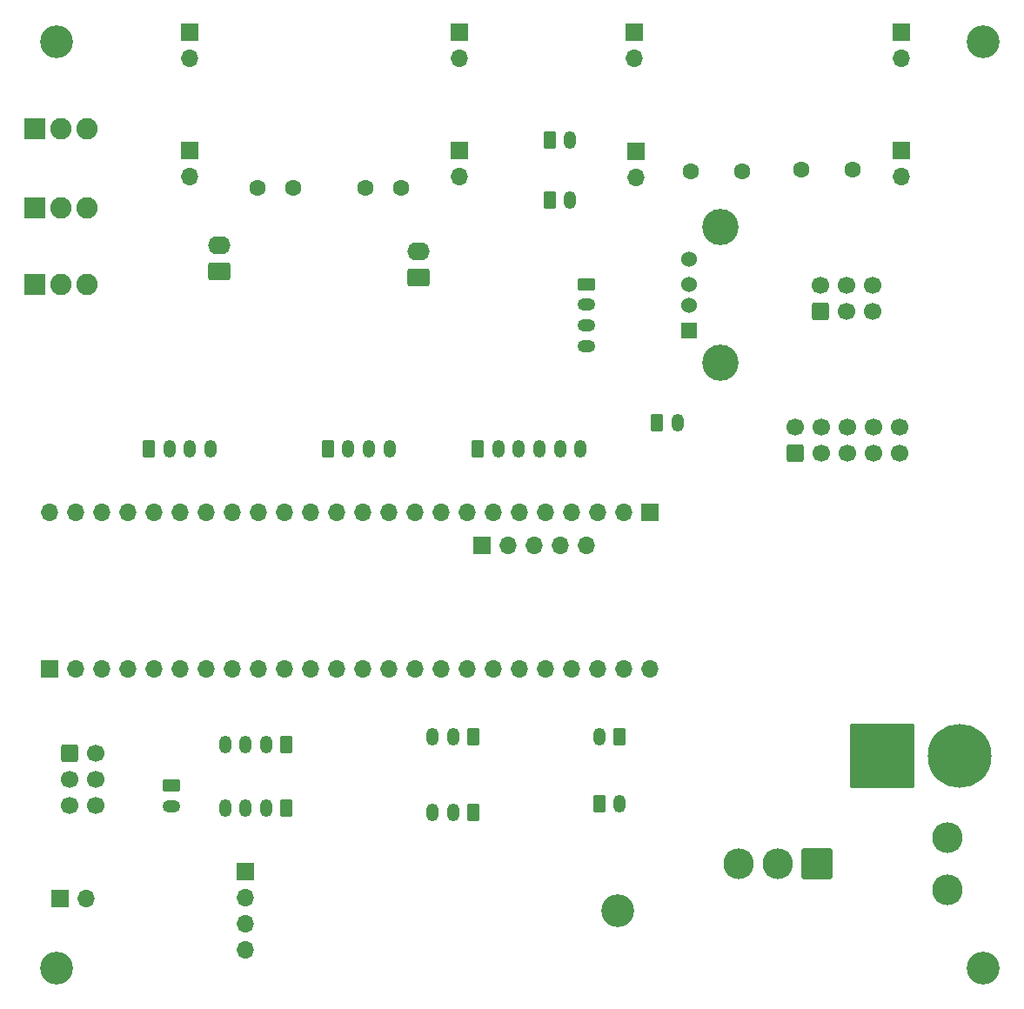
<source format=gbs>
%TF.GenerationSoftware,KiCad,Pcbnew,7.0.11+dfsg-1build4*%
%TF.CreationDate,2024-09-19T14:44:05+02:00*%
%TF.ProjectId,robobot_v85,726f626f-626f-4745-9f76-38352e6b6963,v8.0*%
%TF.SameCoordinates,Original*%
%TF.FileFunction,Soldermask,Bot*%
%TF.FilePolarity,Negative*%
%FSLAX46Y46*%
G04 Gerber Fmt 4.6, Leading zero omitted, Abs format (unit mm)*
G04 Created by KiCad (PCBNEW 7.0.11+dfsg-1build4) date 2024-09-19 14:44:05*
%MOMM*%
%LPD*%
G01*
G04 APERTURE LIST*
G04 Aperture macros list*
%AMRoundRect*
0 Rectangle with rounded corners*
0 $1 Rounding radius*
0 $2 $3 $4 $5 $6 $7 $8 $9 X,Y pos of 4 corners*
0 Add a 4 corners polygon primitive as box body*
4,1,4,$2,$3,$4,$5,$6,$7,$8,$9,$2,$3,0*
0 Add four circle primitives for the rounded corners*
1,1,$1+$1,$2,$3*
1,1,$1+$1,$4,$5*
1,1,$1+$1,$6,$7*
1,1,$1+$1,$8,$9*
0 Add four rect primitives between the rounded corners*
20,1,$1+$1,$2,$3,$4,$5,0*
20,1,$1+$1,$4,$5,$6,$7,0*
20,1,$1+$1,$6,$7,$8,$9,0*
20,1,$1+$1,$8,$9,$2,$3,0*%
G04 Aperture macros list end*
%ADD10RoundRect,0.250000X-0.350000X-0.625000X0.350000X-0.625000X0.350000X0.625000X-0.350000X0.625000X0*%
%ADD11O,1.200000X1.750000*%
%ADD12R,1.700000X1.700000*%
%ADD13O,1.700000X1.700000*%
%ADD14RoundRect,0.250000X-0.625000X0.350000X-0.625000X-0.350000X0.625000X-0.350000X0.625000X0.350000X0*%
%ADD15O,1.750000X1.200000*%
%ADD16C,3.200000*%
%ADD17RoundRect,0.101600X1.387500X-1.387500X1.387500X1.387500X-1.387500X1.387500X-1.387500X-1.387500X0*%
%ADD18C,2.978200*%
%ADD19RoundRect,0.250000X0.350000X0.625000X-0.350000X0.625000X-0.350000X-0.625000X0.350000X-0.625000X0*%
%ADD20R,1.524000X1.524000*%
%ADD21C,1.524000*%
%ADD22C,3.530000*%
%ADD23RoundRect,0.101600X-0.939800X-0.939800X0.939800X-0.939800X0.939800X0.939800X-0.939800X0.939800X0*%
%ADD24C,2.082800*%
%ADD25C,1.600000*%
%ADD26RoundRect,0.250000X0.600000X-0.600000X0.600000X0.600000X-0.600000X0.600000X-0.600000X-0.600000X0*%
%ADD27C,1.700000*%
%ADD28RoundRect,0.250000X0.845000X-0.620000X0.845000X0.620000X-0.845000X0.620000X-0.845000X-0.620000X0*%
%ADD29O,2.190000X1.740000*%
%ADD30RoundRect,0.101600X-2.999993X2.999993X-2.999993X-2.999993X2.999993X-2.999993X2.999993X2.999993X0*%
%ADD31C,6.203187*%
%ADD32RoundRect,0.250000X-0.600000X-0.600000X0.600000X-0.600000X0.600000X0.600000X-0.600000X0.600000X0*%
G04 APERTURE END LIST*
D10*
X144400000Y-99650000D03*
D11*
X146400000Y-99650000D03*
X148400000Y-99650000D03*
X150400000Y-99650000D03*
X152400000Y-99650000D03*
X154400000Y-99650000D03*
D10*
X156200000Y-134200000D03*
D11*
X158200000Y-134200000D03*
D12*
X159600000Y-59060000D03*
D13*
X159600000Y-61600000D03*
D14*
X114550000Y-132400000D03*
D15*
X114550000Y-134400000D03*
D10*
X161869565Y-97052504D03*
D11*
X163869565Y-97052504D03*
D12*
X103725000Y-143400000D03*
D13*
X106265000Y-143400000D03*
D10*
X151400000Y-69600000D03*
D11*
X153400000Y-69600000D03*
D16*
X103400000Y-150200000D03*
D12*
X102720000Y-121000000D03*
D13*
X105260000Y-121000000D03*
X107800000Y-121000000D03*
X110340000Y-121000000D03*
X112880000Y-121000000D03*
X115420000Y-121000000D03*
X117960000Y-121000000D03*
X120500000Y-121000000D03*
X123040000Y-121000000D03*
X125580000Y-121000000D03*
X128120000Y-121000000D03*
X130660000Y-121000000D03*
X133200000Y-121000000D03*
X135740000Y-121000000D03*
X138280000Y-121000000D03*
X140820000Y-121000000D03*
X143360000Y-121000000D03*
X145900000Y-121000000D03*
X148440000Y-121000000D03*
X150980000Y-121000000D03*
X153520000Y-121000000D03*
X156060000Y-121000000D03*
X158600000Y-121000000D03*
X161140000Y-121000000D03*
D17*
X177400000Y-140000000D03*
D18*
X173590000Y-140000000D03*
X169780000Y-140000000D03*
X190100000Y-142540000D03*
X190100000Y-137460000D03*
D16*
X193600000Y-150200000D03*
D19*
X125800000Y-128400000D03*
D11*
X123800000Y-128400000D03*
X121800000Y-128400000D03*
X119800000Y-128400000D03*
D20*
X165000000Y-88130000D03*
D21*
X165000000Y-85630000D03*
X165000000Y-83630000D03*
X165000000Y-81130000D03*
D22*
X168000000Y-91200000D03*
X168000000Y-78060000D03*
D10*
X129800000Y-99600000D03*
D11*
X131800000Y-99600000D03*
X133800000Y-99600000D03*
X135800000Y-99600000D03*
D16*
X158000000Y-144600000D03*
D23*
X101320000Y-76200000D03*
D24*
X103860000Y-76200000D03*
X106400000Y-76200000D03*
D25*
X180900000Y-72400000D03*
X175900000Y-72400000D03*
D12*
X161140000Y-105800000D03*
D13*
X158600000Y-105800000D03*
X156060000Y-105800000D03*
X153520000Y-105800000D03*
X150980000Y-105800000D03*
X148440000Y-105800000D03*
X145900000Y-105800000D03*
X143360000Y-105800000D03*
X140820000Y-105800000D03*
X138280000Y-105800000D03*
X135740000Y-105800000D03*
X133200000Y-105800000D03*
X130660000Y-105800000D03*
X128120000Y-105800000D03*
X125580000Y-105800000D03*
X123040000Y-105800000D03*
X120500000Y-105800000D03*
X117960000Y-105800000D03*
X115420000Y-105800000D03*
X112880000Y-105800000D03*
X110340000Y-105800000D03*
X107800000Y-105800000D03*
X105260000Y-105800000D03*
X102720000Y-105800000D03*
D23*
X101320000Y-83600000D03*
D24*
X103860000Y-83600000D03*
X106400000Y-83600000D03*
D10*
X112400000Y-99650000D03*
D11*
X114400000Y-99650000D03*
X116400000Y-99650000D03*
X118400000Y-99650000D03*
D12*
X116400000Y-59060000D03*
D13*
X116400000Y-61600000D03*
D26*
X177720000Y-86200000D03*
D27*
X177720000Y-83660000D03*
X180260000Y-86200000D03*
X180260000Y-83660000D03*
X182800000Y-86200000D03*
X182800000Y-83660000D03*
D25*
X136964190Y-74251526D03*
X133464190Y-74251526D03*
D12*
X185600000Y-59060000D03*
D13*
X185600000Y-61600000D03*
D14*
X155000000Y-83600000D03*
D15*
X155000000Y-85600000D03*
X155000000Y-87600000D03*
X155000000Y-89600000D03*
D19*
X125800000Y-134550000D03*
D11*
X123800000Y-134550000D03*
X121800000Y-134550000D03*
X119800000Y-134550000D03*
D28*
X138600000Y-82940000D03*
D29*
X138600000Y-80400000D03*
D28*
X119200000Y-82340000D03*
D29*
X119200000Y-79800000D03*
D30*
X183794400Y-129540000D03*
D31*
X191294409Y-129540000D03*
D12*
X116400000Y-70600000D03*
D13*
X116400000Y-73140000D03*
D16*
X103400000Y-60000000D03*
D12*
X144840000Y-109000000D03*
D13*
X147380000Y-109000000D03*
X149920000Y-109000000D03*
X152460000Y-109000000D03*
X155000000Y-109000000D03*
D25*
X170100000Y-72600000D03*
X165100000Y-72600000D03*
D10*
X151400000Y-75400000D03*
D11*
X153400000Y-75400000D03*
D12*
X121800000Y-140780000D03*
D13*
X121800000Y-143320000D03*
X121800000Y-145860000D03*
X121800000Y-148400000D03*
D23*
X101320000Y-68485616D03*
D24*
X103860000Y-68485616D03*
X106400000Y-68485616D03*
D12*
X142600000Y-70600000D03*
D13*
X142600000Y-73140000D03*
D19*
X144000000Y-127600000D03*
D11*
X142000000Y-127600000D03*
X140000000Y-127600000D03*
D25*
X126428037Y-74251526D03*
X122928037Y-74251526D03*
D19*
X158200000Y-127600000D03*
D11*
X156200000Y-127600000D03*
D12*
X185600000Y-70600000D03*
D13*
X185600000Y-73140000D03*
D26*
X175289069Y-100004677D03*
D27*
X175289069Y-97464677D03*
X177829069Y-100004677D03*
X177829069Y-97464677D03*
X180369069Y-100004677D03*
X180369069Y-97464677D03*
X182909069Y-100004677D03*
X182909069Y-97464677D03*
X185449069Y-100004677D03*
X185449069Y-97464677D03*
D19*
X144000000Y-135000000D03*
D11*
X142000000Y-135000000D03*
X140000000Y-135000000D03*
D12*
X142600000Y-59060000D03*
D13*
X142600000Y-61600000D03*
D32*
X104666376Y-129215004D03*
D27*
X107206376Y-129215004D03*
X104666376Y-131755004D03*
X107206376Y-131755004D03*
X104666376Y-134295004D03*
X107206376Y-134295004D03*
D12*
X159800000Y-70660000D03*
D13*
X159800000Y-73200000D03*
D16*
X193600000Y-60000000D03*
M02*

</source>
